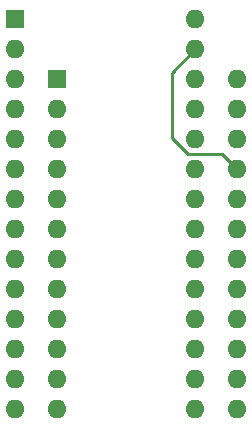
<source format=gbr>
%TF.GenerationSoftware,KiCad,Pcbnew,8.0.2*%
%TF.CreationDate,2024-05-26T11:04:38+01:00*%
%TF.ProjectId,FM1608-3458A-AdaptorV1.0,464d3136-3038-42d3-9334-3538412d4164,rev?*%
%TF.SameCoordinates,Original*%
%TF.FileFunction,Copper,L2,Bot*%
%TF.FilePolarity,Positive*%
%FSLAX46Y46*%
G04 Gerber Fmt 4.6, Leading zero omitted, Abs format (unit mm)*
G04 Created by KiCad (PCBNEW 8.0.2) date 2024-05-26 11:04:38*
%MOMM*%
%LPD*%
G01*
G04 APERTURE LIST*
%TA.AperFunction,ComponentPad*%
%ADD10R,1.600000X1.600000*%
%TD*%
%TA.AperFunction,ComponentPad*%
%ADD11O,1.600000X1.600000*%
%TD*%
%TA.AperFunction,Conductor*%
%ADD12C,0.250000*%
%TD*%
G04 APERTURE END LIST*
D10*
%TO.P,U1,1,NC*%
%TO.N,Net-(SOCKET1-GND)*%
X137125000Y-77724000D03*
D11*
%TO.P,U1,2,A12*%
X137125000Y-80264000D03*
%TO.P,U1,3,A7*%
%TO.N,Net-(SOCKET1-A7)*%
X137125000Y-82804000D03*
%TO.P,U1,4,A6*%
%TO.N,Net-(SOCKET1-A6)*%
X137125000Y-85344000D03*
%TO.P,U1,5,A5*%
%TO.N,Net-(SOCKET1-A5)*%
X137125000Y-87884000D03*
%TO.P,U1,6,A4*%
%TO.N,Net-(SOCKET1-A4)*%
X137125000Y-90424000D03*
%TO.P,U1,7,A3*%
%TO.N,Net-(SOCKET1-A3)*%
X137125000Y-92964000D03*
%TO.P,U1,8,A2*%
%TO.N,Net-(SOCKET1-A2)*%
X137125000Y-95504000D03*
%TO.P,U1,9,A1*%
%TO.N,Net-(SOCKET1-A1)*%
X137125000Y-98044000D03*
%TO.P,U1,10,A0*%
%TO.N,Net-(SOCKET1-A0)*%
X137125000Y-100584000D03*
%TO.P,U1,11,DQ0*%
%TO.N,Net-(SOCKET1-D0)*%
X137125000Y-103124000D03*
%TO.P,U1,12,DQ1*%
%TO.N,Net-(SOCKET1-D1)*%
X137125000Y-105664000D03*
%TO.P,U1,13,DQ2*%
%TO.N,Net-(SOCKET1-D2)*%
X137125000Y-108204000D03*
%TO.P,U1,14,VSS*%
%TO.N,Net-(SOCKET1-GND)*%
X137125000Y-110744000D03*
%TO.P,U1,15,DQ3*%
%TO.N,Net-(SOCKET1-D3)*%
X152365000Y-110744000D03*
%TO.P,U1,16,DQ4*%
%TO.N,Net-(SOCKET1-D4)*%
X152365000Y-108204000D03*
%TO.P,U1,17,DQ5*%
%TO.N,Net-(SOCKET1-D5)*%
X152365000Y-105664000D03*
%TO.P,U1,18,DQ6*%
%TO.N,Net-(SOCKET1-D6)*%
X152365000Y-103124000D03*
%TO.P,U1,19,DQ7*%
%TO.N,Net-(SOCKET1-D7)*%
X152365000Y-100584000D03*
%TO.P,U1,20,~{CE}*%
%TO.N,Net-(SOCKET1-~{CE})*%
X152365000Y-98044000D03*
%TO.P,U1,21,A10*%
%TO.N,Net-(SOCKET1-A10)*%
X152365000Y-95504000D03*
%TO.P,U1,22,~{OE}*%
%TO.N,Net-(SOCKET1-~{OE})*%
X152365000Y-92964000D03*
%TO.P,U1,23,A11*%
%TO.N,Net-(SOCKET1-GND)*%
X152365000Y-90424000D03*
%TO.P,U1,24,A9*%
%TO.N,Net-(SOCKET1-A9)*%
X152365000Y-87884000D03*
%TO.P,U1,25,A8*%
%TO.N,Net-(SOCKET1-A8)*%
X152365000Y-85344000D03*
%TO.P,U1,26,NC*%
%TO.N,Net-(SOCKET1-VCC)*%
X152365000Y-82804000D03*
%TO.P,U1,27,~{WE}*%
%TO.N,Net-(SOCKET1-~{WE})*%
X152365000Y-80264000D03*
%TO.P,U1,28,VDD*%
%TO.N,Net-(SOCKET1-VCC)*%
X152365000Y-77724000D03*
%TD*%
D10*
%TO.P,SOCKET1,1,A7*%
%TO.N,Net-(SOCKET1-A7)*%
X140625000Y-82804000D03*
D11*
%TO.P,SOCKET1,2,A6*%
%TO.N,Net-(SOCKET1-A6)*%
X140625000Y-85344000D03*
%TO.P,SOCKET1,3,A5*%
%TO.N,Net-(SOCKET1-A5)*%
X140625000Y-87884000D03*
%TO.P,SOCKET1,4,A4*%
%TO.N,Net-(SOCKET1-A4)*%
X140625000Y-90424000D03*
%TO.P,SOCKET1,5,A3*%
%TO.N,Net-(SOCKET1-A3)*%
X140625000Y-92964000D03*
%TO.P,SOCKET1,6,A2*%
%TO.N,Net-(SOCKET1-A2)*%
X140625000Y-95504000D03*
%TO.P,SOCKET1,7,A1*%
%TO.N,Net-(SOCKET1-A1)*%
X140625000Y-98044000D03*
%TO.P,SOCKET1,8,A0*%
%TO.N,Net-(SOCKET1-A0)*%
X140625000Y-100584000D03*
%TO.P,SOCKET1,9,D0*%
%TO.N,Net-(SOCKET1-D0)*%
X140625000Y-103124000D03*
%TO.P,SOCKET1,10,D1*%
%TO.N,Net-(SOCKET1-D1)*%
X140625000Y-105664000D03*
%TO.P,SOCKET1,11,D2*%
%TO.N,Net-(SOCKET1-D2)*%
X140625000Y-108204000D03*
%TO.P,SOCKET1,12,GND*%
%TO.N,Net-(SOCKET1-GND)*%
X140625000Y-110744000D03*
%TO.P,SOCKET1,13,D3*%
%TO.N,Net-(SOCKET1-D3)*%
X155865000Y-110744000D03*
%TO.P,SOCKET1,14,D4*%
%TO.N,Net-(SOCKET1-D4)*%
X155865000Y-108204000D03*
%TO.P,SOCKET1,15,D5*%
%TO.N,Net-(SOCKET1-D5)*%
X155865000Y-105664000D03*
%TO.P,SOCKET1,16,D6*%
%TO.N,Net-(SOCKET1-D6)*%
X155865000Y-103124000D03*
%TO.P,SOCKET1,17,D7*%
%TO.N,Net-(SOCKET1-D7)*%
X155865000Y-100584000D03*
%TO.P,SOCKET1,18,~{CE}*%
%TO.N,Net-(SOCKET1-~{CE})*%
X155865000Y-98044000D03*
%TO.P,SOCKET1,19,A10*%
%TO.N,Net-(SOCKET1-A10)*%
X155865000Y-95504000D03*
%TO.P,SOCKET1,20,~{OE}*%
%TO.N,Net-(SOCKET1-~{OE})*%
X155865000Y-92964000D03*
%TO.P,SOCKET1,21,~{WE}*%
%TO.N,Net-(SOCKET1-~{WE})*%
X155865000Y-90424000D03*
%TO.P,SOCKET1,22,A9*%
%TO.N,Net-(SOCKET1-A9)*%
X155865000Y-87884000D03*
%TO.P,SOCKET1,23,A8*%
%TO.N,Net-(SOCKET1-A8)*%
X155865000Y-85344000D03*
%TO.P,SOCKET1,24,VCC*%
%TO.N,Net-(SOCKET1-VCC)*%
X155865000Y-82804000D03*
%TD*%
D12*
%TO.N,Net-(SOCKET1-~{WE})*%
X150368000Y-87790604D02*
X150368000Y-82261000D01*
X151731396Y-89154000D02*
X150368000Y-87790604D01*
X154595000Y-89154000D02*
X151731396Y-89154000D01*
X150368000Y-82261000D02*
X152365000Y-80264000D01*
X155865000Y-90424000D02*
X154595000Y-89154000D01*
%TD*%
M02*

</source>
